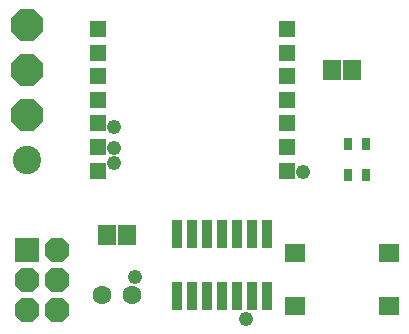
<source format=gts>
G75*
G70*
%OFA0B0*%
%FSLAX24Y24*%
%IPPOS*%
%LPD*%
%AMOC8*
5,1,8,0,0,1.08239X$1,22.5*
%
%ADD10C,0.0946*%
%ADD11R,0.0320X0.0950*%
%ADD12R,0.0592X0.0671*%
%ADD13OC8,0.1080*%
%ADD14R,0.0315X0.0433*%
%ADD15R,0.0690X0.0592*%
%ADD16R,0.0580X0.0580*%
%ADD17R,0.0820X0.0820*%
%ADD18OC8,0.0820*%
%ADD19C,0.0631*%
%ADD20C,0.0480*%
D10*
X001550Y009141D03*
D11*
X006550Y006666D03*
X007050Y006666D03*
X007550Y006666D03*
X008050Y006666D03*
X008550Y006666D03*
X009050Y006666D03*
X009550Y006666D03*
X009550Y004616D03*
X009050Y004616D03*
X008550Y004616D03*
X008050Y004616D03*
X007550Y004616D03*
X007050Y004616D03*
X006550Y004616D03*
D12*
X004885Y006641D03*
X004215Y006641D03*
X011715Y012141D03*
X012385Y012141D03*
D13*
X001550Y012141D03*
X001550Y010641D03*
X001550Y013641D03*
D14*
X012255Y009653D03*
X012845Y009653D03*
X012845Y008629D03*
X012255Y008629D03*
D15*
X013615Y006027D03*
X013615Y004255D03*
X010485Y004255D03*
X010485Y006027D03*
D16*
X010200Y008779D03*
X010200Y009566D03*
X010200Y010354D03*
X010200Y011141D03*
X010200Y011929D03*
X010200Y012716D03*
X010200Y013503D03*
X003900Y013503D03*
X003900Y012716D03*
X003900Y011929D03*
X003900Y011141D03*
X003900Y010354D03*
X003900Y009566D03*
X003900Y008779D03*
D17*
X001550Y006141D03*
D18*
X001550Y004141D03*
X001550Y005141D03*
X002550Y005141D03*
X002550Y004141D03*
X002550Y006141D03*
D19*
X004050Y004641D03*
X005050Y004641D03*
D20*
X005150Y005241D03*
X004450Y009041D03*
X004450Y009541D03*
X004450Y010241D03*
X008850Y003841D03*
X010750Y008741D03*
M02*

</source>
